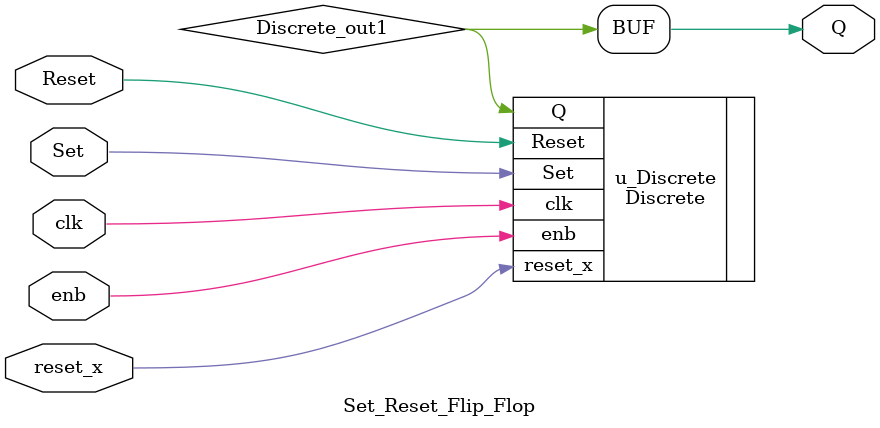
<source format=v>



`timescale 1 ns / 1 ns

module Set_Reset_Flip_Flop
          (clk,
           reset_x,
           enb,
           Set,
           Reset,
           Q);


  input   clk;
  input   reset_x;
  input   enb;
  input   Set;
  input   Reset;
  output  Q;


  wire Discrete_out1;


  Discrete u_Discrete (.clk(clk),
                       .reset_x(reset_x),
                       .enb(enb),
                       .Set(Set),
                       .Reset(Reset),
                       .Q(Discrete_out1)
                       );

  assign Q = Discrete_out1;

endmodule  // Set_Reset_Flip_Flop


</source>
